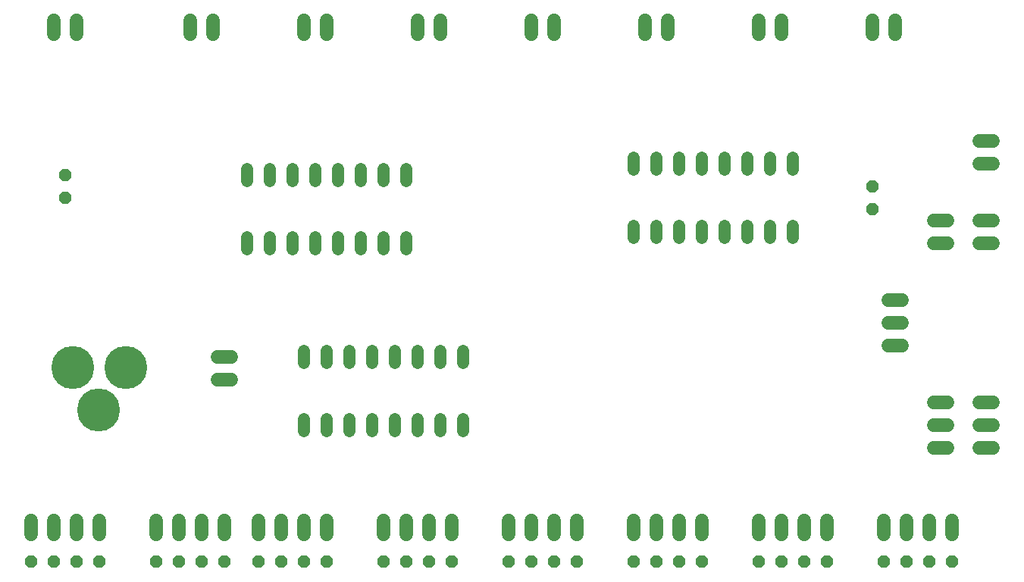
<source format=gbr>
G04 EAGLE Gerber RS-274X export*
G75*
%MOMM*%
%FSLAX34Y34*%
%LPD*%
%INBottom Copper*%
%IPPOS*%
%AMOC8*
5,1,8,0,0,1.08239X$1,22.5*%
G01*
%ADD10C,1.524000*%
%ADD11P,1.429621X8X112.500000*%
%ADD12P,1.429621X8X292.500000*%
%ADD13C,1.320800*%
%ADD14P,1.429621X8X22.500000*%
%ADD15C,4.800000*%


D10*
X1137920Y419100D02*
X1122680Y419100D01*
X1122680Y444500D02*
X1137920Y444500D01*
X1137920Y241300D02*
X1122680Y241300D01*
X1122680Y215900D02*
X1137920Y215900D01*
X1137920Y190500D02*
X1122680Y190500D01*
X1087120Y241300D02*
X1071880Y241300D01*
X1071880Y215900D02*
X1087120Y215900D01*
X1087120Y190500D02*
X1071880Y190500D01*
D11*
X1003300Y457200D03*
X1003300Y482600D03*
D12*
X101600Y495300D03*
X101600Y469900D03*
D10*
X1021080Y355600D02*
X1036320Y355600D01*
X1036320Y330200D02*
X1021080Y330200D01*
X1021080Y304800D02*
X1036320Y304800D01*
X1071880Y419100D02*
X1087120Y419100D01*
X1087120Y444500D02*
X1071880Y444500D01*
D13*
X914400Y501396D02*
X914400Y514604D01*
X889000Y514604D02*
X889000Y501396D01*
X812800Y501396D02*
X812800Y514604D01*
X787400Y514604D02*
X787400Y501396D01*
X863600Y501396D02*
X863600Y514604D01*
X838200Y514604D02*
X838200Y501396D01*
X762000Y501396D02*
X762000Y514604D01*
X736600Y514604D02*
X736600Y501396D01*
X736600Y438404D02*
X736600Y425196D01*
X762000Y425196D02*
X762000Y438404D01*
X787400Y438404D02*
X787400Y425196D01*
X812800Y425196D02*
X812800Y438404D01*
X838200Y438404D02*
X838200Y425196D01*
X863600Y425196D02*
X863600Y438404D01*
X889000Y438404D02*
X889000Y425196D01*
X914400Y425196D02*
X914400Y438404D01*
X304800Y425704D02*
X304800Y412496D01*
X330200Y412496D02*
X330200Y425704D01*
X406400Y425704D02*
X406400Y412496D01*
X431800Y412496D02*
X431800Y425704D01*
X355600Y425704D02*
X355600Y412496D01*
X381000Y412496D02*
X381000Y425704D01*
X457200Y425704D02*
X457200Y412496D01*
X482600Y412496D02*
X482600Y425704D01*
X482600Y488696D02*
X482600Y501904D01*
X457200Y501904D02*
X457200Y488696D01*
X431800Y488696D02*
X431800Y501904D01*
X406400Y501904D02*
X406400Y488696D01*
X381000Y488696D02*
X381000Y501904D01*
X355600Y501904D02*
X355600Y488696D01*
X330200Y488696D02*
X330200Y501904D01*
X304800Y501904D02*
X304800Y488696D01*
D10*
X520700Y652780D02*
X520700Y668020D01*
X495300Y668020D02*
X495300Y652780D01*
X393700Y652780D02*
X393700Y668020D01*
X368300Y668020D02*
X368300Y652780D01*
X1028700Y652780D02*
X1028700Y668020D01*
X1003300Y668020D02*
X1003300Y652780D01*
X901700Y652780D02*
X901700Y668020D01*
X876300Y668020D02*
X876300Y652780D01*
X266700Y652780D02*
X266700Y668020D01*
X241300Y668020D02*
X241300Y652780D01*
X114300Y652780D02*
X114300Y668020D01*
X88900Y668020D02*
X88900Y652780D01*
X774700Y652780D02*
X774700Y668020D01*
X749300Y668020D02*
X749300Y652780D01*
X647700Y652780D02*
X647700Y668020D01*
X622300Y668020D02*
X622300Y652780D01*
D13*
X368300Y222504D02*
X368300Y209296D01*
X393700Y209296D02*
X393700Y222504D01*
X469900Y222504D02*
X469900Y209296D01*
X495300Y209296D02*
X495300Y222504D01*
X419100Y222504D02*
X419100Y209296D01*
X444500Y209296D02*
X444500Y222504D01*
X520700Y222504D02*
X520700Y209296D01*
X546100Y209296D02*
X546100Y222504D01*
X546100Y285496D02*
X546100Y298704D01*
X520700Y298704D02*
X520700Y285496D01*
X495300Y285496D02*
X495300Y298704D01*
X469900Y298704D02*
X469900Y285496D01*
X444500Y285496D02*
X444500Y298704D01*
X419100Y298704D02*
X419100Y285496D01*
X393700Y285496D02*
X393700Y298704D01*
X368300Y298704D02*
X368300Y285496D01*
D10*
X1016000Y109220D02*
X1016000Y93980D01*
X1041400Y93980D02*
X1041400Y109220D01*
X876300Y109220D02*
X876300Y93980D01*
X901700Y93980D02*
X901700Y109220D01*
X736600Y109220D02*
X736600Y93980D01*
X762000Y93980D02*
X762000Y109220D01*
X596900Y109220D02*
X596900Y93980D01*
X622300Y93980D02*
X622300Y109220D01*
X457200Y109220D02*
X457200Y93980D01*
X482600Y93980D02*
X482600Y109220D01*
X317500Y109220D02*
X317500Y93980D01*
X342900Y93980D02*
X342900Y109220D01*
X203200Y109220D02*
X203200Y93980D01*
X228600Y93980D02*
X228600Y109220D01*
X63500Y109220D02*
X63500Y93980D01*
X88900Y93980D02*
X88900Y109220D01*
X1092200Y109220D02*
X1092200Y93980D01*
X1066800Y93980D02*
X1066800Y109220D01*
X952500Y109220D02*
X952500Y93980D01*
X927100Y93980D02*
X927100Y109220D01*
X812800Y109220D02*
X812800Y93980D01*
X787400Y93980D02*
X787400Y109220D01*
X673100Y109220D02*
X673100Y93980D01*
X647700Y93980D02*
X647700Y109220D01*
X533400Y109220D02*
X533400Y93980D01*
X508000Y93980D02*
X508000Y109220D01*
X393700Y109220D02*
X393700Y93980D01*
X368300Y93980D02*
X368300Y109220D01*
X279400Y109220D02*
X279400Y93980D01*
X254000Y93980D02*
X254000Y109220D01*
X139700Y109220D02*
X139700Y93980D01*
X114300Y93980D02*
X114300Y109220D01*
D14*
X1016000Y63500D03*
X1041400Y63500D03*
X508000Y63500D03*
X533400Y63500D03*
X317500Y63500D03*
X342900Y63500D03*
X368300Y63500D03*
X393700Y63500D03*
X203200Y63500D03*
X228600Y63500D03*
X254000Y63500D03*
X279400Y63500D03*
X63500Y63500D03*
X88900Y63500D03*
X114300Y63500D03*
X139700Y63500D03*
X1066800Y63500D03*
X1092200Y63500D03*
X876300Y63500D03*
X901700Y63500D03*
X927100Y63500D03*
X952500Y63500D03*
X736600Y63500D03*
X762000Y63500D03*
X787400Y63500D03*
X812800Y63500D03*
X596900Y63500D03*
X622300Y63500D03*
X647700Y63500D03*
X673100Y63500D03*
X457200Y63500D03*
X482600Y63500D03*
D10*
X1122680Y508000D02*
X1137920Y508000D01*
X1137920Y533400D02*
X1122680Y533400D01*
D15*
X139100Y233400D03*
X169100Y280400D03*
X110100Y280400D03*
D10*
X271780Y266700D02*
X287020Y266700D01*
X287020Y292100D02*
X271780Y292100D01*
M02*

</source>
